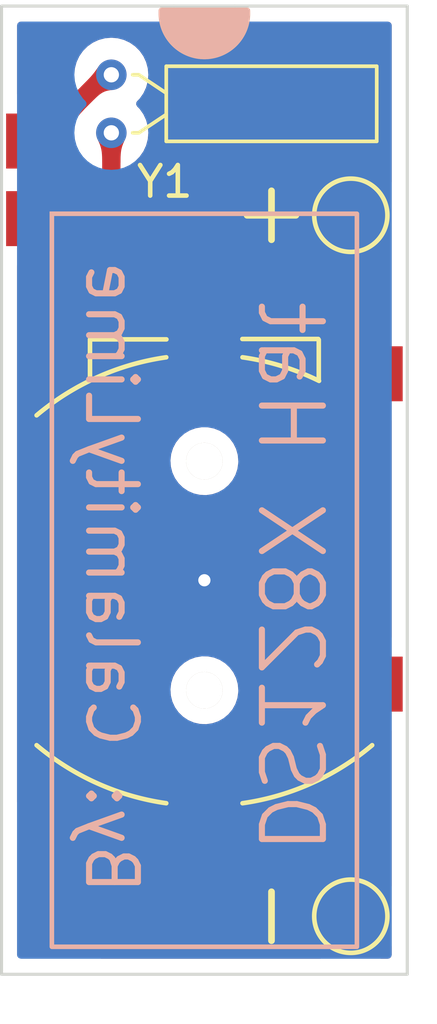
<source format=kicad_pcb>
(kicad_pcb (version 20211014) (generator pcbnew)
  (title_block (title "DS128X Hat") (date "2022-05-31") (rev "1") (comment 1 "by: CalamityLime"))
  (layers (0 "F.Cu" signal) (31 "B.Cu" signal) (34 "B.Paste" user) (35 "F.Paste" user) (36 "B.SilkS" user "B.Silkscreen") (37 "F.SilkS" user "F.Silkscreen") (38 "B.Mask" user) (39 "F.Mask" user) (44 "Edge.Cuts" user))
  (net 0 "")
  (net 1 "Net-(BT1-Pad1)")
  (net 2 "Net-(SW1-Pad2)")
  (net 3 "Net-(SW1-Pad3)")
  (net 4 "GND")
  (footprint "DS128X_hat:bat_pad_neg_D2.0mm" (layer "F.Cu") (at 148.2 110 -90)
    (fp_text reference "TP2" hide)
    (fp_text value "TestPoint")
    (fp_line (start -0.8 2.6) (end 0.8 2.6) (layer "F.SilkS") (width 0.22))
    (fp_circle (center 0 0) (end 1.2 0) (layer "F.SilkS") (width 0.15) (fill none))
    (pad "1" smd circle (at 0 0 270) (size 2 2) (layers "F.Cu" "F.Mask") (net 4 "GND"))
  )
  (footprint "DS128X_hat:CR1220" (layer "F.Cu") (at 143.4 99 180)
    (fp_text reference "BT1" hide)
    (fp_text value "Battery_Cell")
    (fp_line (start -3.7338 7.8994) (end -1.2446 7.8994) (layer "F.SilkS") (width 0.15))
    (fp_line (start 3.75 7.887) (end 3.75 6.5786) (layer "F.SilkS") (width 0.15))
    (fp_line (start 3.75 7.887) (end 1.2446 7.887) (layer "F.SilkS") (width 0.15))
    (fp_line (start -3.75 6.5786) (end -3.75 7.8743) (layer "F.SilkS") (width 0.15))
    (fp_arc (start 5.5 5.4) (mid 3.508514 6.648649) (end 1.25 7.3) (layer "F.SilkS") (width 0.15))
    (fp_arc (start -5.5 -5.4) (mid -3.508514 -6.648649) (end -1.25 -7.3) (layer "F.SilkS") (width 0.15))
    (fp_arc (start 1.25 -7.3) (mid 3.508514 -6.648649) (end 5.5 -5.4) (layer "F.SilkS") (width 0.15))
    (fp_arc (start -1.25 7.3) (mid -2.535046 7.012832) (end -3.7592 6.5278) (layer "F.SilkS") (width 0.15))
    (pad "" thru_hole circle (at 0 3.9 180) (size 1.2 1.2) (drill 1.2) (layers *.Cu "F.SilkS"))
    (pad "" thru_hole circle (at 0 -3.6 180) (size 1.2 1.2) (drill 1.2) (layers *.Cu "F.SilkS"))
    (pad "1" smd rect (at 0 8 180) (size 2.3 4) (layers "F.Cu" "F.Paste" "F.Mask") (net 1 "Net-(BT1-Pad1)"))
    (pad "2" smd rect (at 0 -8 180) (size 2.3 4) (layers "F.Cu" "F.Paste" "F.Mask") (net 4 "GND"))
  )
  (footprint "DS128X_hat:bat_pad_pos_D2.0mm" (layer "F.Cu") (at 148.2 87.05 -90)
    (fp_text reference "TP1" hide)
    (fp_text value "TestPoint")
    (fp_line (start -0.8 2.6) (end 0.8 2.6) (layer "F.SilkS") (width 0.22))
    (fp_line (start 0 3.4) (end 0 1.8) (layer "F.SilkS") (width 0.22))
    (fp_circle (center 0 0) (end 1.2 0) (layer "F.SilkS") (width 0.15) (fill none))
    (pad "1" smd circle (at 0 0 270) (size 2 2) (layers "F.Cu" "F.Mask") (net 1 "Net-(BT1-Pad1)"))
  )
  (footprint "Crystal:Crystal_C26-LF_D2.1mm_L6.5mm_Horizontal" (layer "F.Cu") (at 140.35 84.35 90)
    (fp_text reference "Y1" (at -1.6 1.75 180) (layer "F.SilkS"))
    (fp_text value "Crystal")
    (fp_line (start 0 0.9) (end 0 0.7) (layer "F.SilkS") (width 0.12))
    (fp_line (start -0.28 8.7) (end 2.18 8.7) (layer "F.SilkS") (width 0.12))
    (fp_line (start -0.28 1.8) (end -0.28 8.7) (layer "F.SilkS") (width 0.12))
    (fp_line (start 1.9 0.9) (end 1.9 0.7) (layer "F.SilkS") (width 0.12))
    (fp_line (start 2.18 8.7) (end 2.18 1.8) (layer "F.SilkS") (width 0.12))
    (fp_line (start 1.3 1.8) (end 1.9 0.9) (layer "F.SilkS") (width 0.12))
    (fp_line (start 2.18 1.8) (end -0.28 1.8) (layer "F.SilkS") (width 0.12))
    (fp_line (start 0.6 1.8) (end 0 0.9) (layer "F.SilkS") (width 0.12))
    (pad "1" thru_hole circle (at 0 0 90) (size 1 1) (drill 0.5) (layers *.Cu *.Mask) (net 3 "Net-(SW1-Pad3)"))
    (pad "2" thru_hole circle (at 1.9 0 90) (size 1 1) (drill 0.5) (layers *.Cu *.Mask) (net 2 "Net-(SW1-Pad2)"))
  )
  (footprint "DS128X_hat:SMDIP-24_W11.48mm" (layer "F.Cu") (at 143.4 96.05)
    (fp_text reference "SW1" hide)
    (fp_text value "SW_DIP_x12")
    (pad "2" smd rect (at -5.4 -11.43) (size 2.2 1.8) (layers "F.Cu" "F.Paste" "F.Mask") (net 2 "Net-(SW1-Pad2)"))
    (pad "3" smd rect (at -5.4 -8.89) (size 2.2 1.8) (layers "F.Cu" "F.Paste" "F.Mask") (net 3 "Net-(SW1-Pad3)"))
    (pad "16" smd rect (at 5.4 6.35) (size 2.2 1.8) (layers "F.Cu" "F.Paste" "F.Mask") (net 4 "GND"))
    (pad "20" smd rect (at 5.4 -3.81) (size 2.2 1.8) (layers "F.Cu" "F.Paste" "F.Mask") (net 1 "Net-(BT1-Pad1)"))
  )
  (gr_arc (start 144.8 80.35) (mid 143.4 81.840849) (end 142 80.35) (layer "B.SilkS") (width 0.2))
  (gr_rect (start 138.4 87) (end 148.4 111) (layer "B.SilkS") (width 0.15) (fill none))
  (gr_line (start 142.35 81.25) (end 144.45 81.25) (layer "B.SilkS") (width 0.3))
  (gr_line (start 144.15 81.55) (end 142.65 81.55) (layer "B.SilkS") (width 0.3))
  (gr_line (start 143.75 81.7) (end 143.1 81.7) (layer "B.SilkS") (width 0.15))
  (gr_line (start 142.25 81.1) (end 144.55 81.1) (layer "B.SilkS") (width 0.15))
  (gr_line (start 144.8 80.35) (end 142 80.35) (layer "B.SilkS") (width 0.2))
  (gr_line (start 144.3 81.4) (end 142.45 81.4) (layer "B.SilkS") (width 0.15))
  (gr_line (start 142.1 80.65) (end 144.7 80.65) (layer "B.SilkS") (width 0.35))
  (gr_line (start 142.05 80.5) (end 144.7 80.5) (layer "B.SilkS") (width 0.15))
  (gr_line (start 144.6 80.95) (end 142.2 80.95) (layer "B.SilkS") (width 0.3))
  (gr_line (start 142.05 80.5) (end 144.7 80.5) (layer "F.SilkS") (width 0.15))
  (gr_line (start 142.1 80.65) (end 144.7 80.65) (layer "F.SilkS") (width 0.35))
  (gr_line (start 144.3 81.4) (end 142.45 81.4) (layer "F.SilkS") (width 0.15))
  (gr_arc (start 144.8 80.35) (mid 143.4 81.840849) (end 142 80.35) (layer "F.SilkS") (width 0.2))
  (gr_line (start 143.75 81.7) (end 143.1 81.7) (layer "F.SilkS") (width 0.15))
  (gr_line (start 144.8 80.35) (end 142 80.35) (layer "F.SilkS") (width 0.2))
  (gr_line (start 144.15 81.55) (end 142.65 81.55) (layer "F.SilkS") (width 0.3))
  (gr_line (start 142.35 81.25) (end 144.45 81.25) (layer "F.SilkS") (width 0.3))
  (gr_line (start 144.6 80.95) (end 142.2 80.95) (layer "F.SilkS") (width 0.3))
  (gr_line (start 142.25 81.1) (end 144.55 81.1) (layer "F.SilkS") (width 0.15))
  (gr_line (start 136.75 111.9) (end 136.75 80.2) (layer "Edge.Cuts") (width 0.1))
  (gr_line (start 142.4 80.2) (end 144.4 80.2) (layer "Edge.Cuts") (width 0.1))
  (gr_line (start 150.05 80.2) (end 150.05 111.9) (layer "Edge.Cuts") (width 0.1))
  (gr_line (start 136.75 80.2) (end 142.4 80.2) (layer "Edge.Cuts") (width 0.1))
  (gr_line (start 136.75 111.9) (end 150.05 111.9) (layer "Edge.Cuts") (width 0.1))
  (gr_line (start 150.05 80.2) (end 144.4 80.2) (layer "Edge.Cuts") (width 0.1))
  (gr_text "Lime" (at 138.3 109 90) (layer "F.Cu") (effects (font (size 1.15 1.15) (thickness 0.2))))
  (gr_text "By: CalamityLime" (at 140.35 98.9 270) (layer "B.SilkS") (effects (font (size 1.6 1.6) (thickness 0.2)) (justify mirror)))
  (gr_text "DS128X Hat" (at 146.2 98.9 270) (layer "B.SilkS") (effects (font (size 2 2) (thickness 0.2)) (justify mirror)))
  (segment (start 147.775 87.05) (end 148.2 87.05) (width 0.8) (layer "F.Cu") (net 1))
  (segment (start 145.516812 92.24) (end 148.8 92.24) (width 0.8) (layer "F.Cu") (net 1))
  (segment (start 144.019999 90.379999) (end 147.049479 87.35052) (width 0.8) (layer "F.Cu") (net 1))
  (arc (start 144.019999 90.379999) (mid 143.763187 90.999999) (end 144.02 91.62) (width 0.8) (layer "F.Cu") (net 1))
  (arc (start 144.02 91.62) (mid 144.706743 92.078867) (end 145.516812 92.24) (width 0.8) (layer "F.Cu") (net 1))
  (arc (start 147.775 87.05) (mid 147.382351 87.128102) (end 147.049479 87.35052) (width 0.8) (layer "F.Cu") (net 1))
  (segment (start 140.26 82.45) (end 140.35 82.45) (width 0.6) (layer "F.Cu") (net 2))
  (segment (start 140.10636 82.513639) (end 138 84.62) (width 0.6) (layer "F.Cu") (net 2))
  (arc (start 140.26 82.45) (mid 140.17685 82.466539) (end 140.10636 82.513639) (width 0.6) (layer "F.Cu") (net 2))
  (segment (start 139.24038 87.16) (end 138 87.16) (width 0.6) (layer "F.Cu") (net 3))
  (segment (start 140.35 86.05038) (end 140.35 84.35) (width 0.6) (layer "F.Cu") (net 3))
  (arc (start 140.35 86.05038) (mid 140.265535 86.475013) (end 140.025 86.835) (width 0.6) (layer "F.Cu") (net 3))
  (arc (start 140.025 86.835) (mid 139.665013 87.075535) (end 139.24038 87.16) (width 0.6) (layer "F.Cu") (net 3))
  (via (at 143.4 99) (size 0.8) (drill 0.4) (layers "F.Cu" "B.Cu") (net 4))
  (zone (net 1) (net_name "Net-(BT1-Pad1)") (layer "F.Cu") (priority 16962) (connect_pads yes (clearance 0)) (min_thickness 0.0254) (fill yes (thermal_gap 0.508) (thermal_bridge_width 0.508))
    (polygon (pts (xy 144.748318 89.085995) (xy 144.556228 89.266425) (xy 144.382471 89.406395) (xy 144.221798 89.512939) (xy 144.068961 89.593091) (xy 143.918712 89.653886) (xy 143.765803 89.702357) (xy 143.604984 89.74554) (xy 143.431009 89.790467) (xy 143.23863 89.844172) (xy 143.022597 89.913692) (xy 142.993415 91.406586) (xy 144.486309 91.3774) (xy 144.555827 91.161367) (xy 144.609532 90.968987) (xy 144.654459 90.795012) (xy 144.697641 90.634194) (xy 144.746112 90.481284) (xy 144.806906 90.331035) (xy 144.887059 90.178199) (xy 144.993603 90.017526) (xy 145.133573 89.843769) (xy 145.314003 89.651681)))
  )
  (zone (net 3) (net_name "Net-(SW1-Pad3)") (layer "F.Cu") (priority 16962) (connect_pads yes (clearance 0)) (min_thickness 0.0254) (fill yes (thermal_gap 0.508) (thermal_bridge_width 0.508))
    (polygon (pts (xy 139.827386 86.607972) (xy 139.680252 86.736488) (xy 139.538872 86.81005) (xy 139.40139 86.836407) (xy 139.265952 86.823307) (xy 139.1307 86.778498) (xy 138.99378 86.709728) (xy 138.853335 86.624745) (xy 138.707511 86.531297) (xy 138.554451 86.437132) (xy 138.3923 86.35) (xy 137.55 87.16) (xy 138.652535 87.779837) (xy 138.807646 87.642755) (xy 138.961159 87.552292) (xy 139.114163 87.496066) (xy 139.267746 87.461698) (xy 139.422999 87.436807) (xy 139.581009 87.409012) (xy 139.742866 87.365934) (xy 139.909659 87.295192) (xy 140.082476 87.184406) (xy 140.262408 87.021196)))
  )
  (zone (net 2) (net_name "Net-(SW1-Pad2)") (layer "F.Cu") (priority 16962) (connect_pads yes (clearance 0)) (min_thickness 0.0254) (fill yes (thermal_gap 0.508) (thermal_bridge_width 0.508))
    (polygon (pts (xy 139.774021 83.270242) (xy 139.843903 83.202124) (xy 139.907377 83.144465) (xy 139.966151 83.096337) (xy 140.021931 83.056814) (xy 140.076427 83.024967) (xy 140.131345 82.999871) (xy 140.188393 82.980598) (xy 140.249279 82.966221) (xy 140.31571 82.955812) (xy 140.389396 82.948445) (xy 140.565714 82.323639) (xy 139.934494 82.171875) (xy 139.881406 82.249807) (xy 139.83249 82.31848) (xy 139.785731 82.380489) (xy 139.739117 82.438429) (xy 139.690634 82.494897) (xy 139.638271 82.552486) (xy 139.580015 82.613794) (xy 139.513852 82.681415) (xy 139.43777 82.757944) (xy 139.349757 82.845978)))
  )
  (zone (net 1) (net_name "Net-(BT1-Pad1)") (layer "F.Cu") (priority 16962) (connect_pads yes (clearance 0)) (min_thickness 0.0254) (fill yes (thermal_gap 0.508) (thermal_bridge_width 0.508))
    (polygon (pts (xy 147.01 92.64) (xy 147.211599 92.644451) (xy 147.383428 92.657649) (xy 147.531497 92.67936) (xy 147.661819 92.709349) (xy 147.780405 92.747382) (xy 147.893266 92.793224) (xy 148.006414 92.846641) (xy 148.125862 92.907399) (xy 148.25762 92.975263) (xy 148.4077 93.05) (xy 149.25 92.24) (xy 148.4077 91.43) (xy 148.25762 91.504736) (xy 148.125862 91.5726) (xy 148.006414 91.633358) (xy 147.893266 91.686775) (xy 147.780405 91.732617) (xy 147.661819 91.77065) (xy 147.531497 91.800639) (xy 147.383428 91.82235) (xy 147.211599 91.835548) (xy 147.01 91.84)))
  )
  (zone (net 2) (net_name "Net-(SW1-Pad2)") (layer "F.Cu") (priority 16962) (connect_pads yes (clearance 0)) (min_thickness 0.0254) (fill yes (thermal_gap 0.508) (thermal_bridge_width 0.508))
    (polygon (pts (xy 139.053588 83.142147) (xy 138.904119 83.281944) (xy 138.768643 83.389501) (xy 138.643127 83.470488) (xy 138.523539 83.530577) (xy 138.405844 83.575439) (xy 138.286012 83.610745) (xy 138.160008 83.642168) (xy 138.0238 83.675378) (xy 137.873355 83.716046) (xy 137.704642 83.769846) (xy 137.681803 84.938198) (xy 138.850155 84.915357) (xy 138.903953 84.746642) (xy 138.944622 84.596198) (xy 138.977831 84.45999) (xy 139.009254 84.333986) (xy 139.04456 84.214153) (xy 139.089422 84.096459) (xy 139.14951 83.97687) (xy 139.230497 83.851355) (xy 139.338054 83.715879) (xy 139.477852 83.566411)))
  )
  (zone (net 1) (net_name "Net-(BT1-Pad1)") (layer "F.Cu") (priority 16962) (connect_pads yes (clearance 0)) (min_thickness 0.0254) (fill yes (thermal_gap 0.508) (thermal_bridge_width 0.508))
    (polygon (pts (xy 146.7637 88.201984) (xy 146.895488 88.084636) (xy 147.019915 88.002041) (xy 147.139377 87.949568) (xy 147.256269 87.922586) (xy 147.372985 87.916467) (xy 147.491922 87.92658) (xy 147.615473 87.948295) (xy 147.746034 87.976982) (xy 147.885999 88.008011) (xy 148.037766 88.036752) (xy 148.679396 86.907948) (xy 147.492894 86.342894) (xy 147.343076 86.49267) (xy 147.213282 86.622351) (xy 147.097698 86.737771) (xy 146.990507 86.844761) (xy 146.885896 86.949153) (xy 146.77805 87.056782) (xy 146.661153 87.173478) (xy 146.529392 87.305074) (xy 146.37695 87.457403) (xy 146.198015 87.636298)))
  )
  (zone (net 3) (net_name "Net-(SW1-Pad3)") (layer "F.Cu") (priority 16962) (connect_pads yes (clearance 0)) (min_thickness 0.0254) (fill yes (thermal_gap 0.508) (thermal_bridge_width 0.508))
    (polygon (pts (xy 140.65 85.34) (xy 140.650728 85.22999) (xy 140.653258 85.134181) (xy 140.658102 85.049982) (xy 140.665775 84.9748) (xy 140.67679 84.906045) (xy 140.691662 84.841123) (xy 140.710905 84.777444) (xy 140.735033 84.712415) (xy 140.76456 84.643446) (xy 140.8 84.567944) (xy 140.35 84.1) (xy 139.9 84.567944) (xy 139.935439 84.643446) (xy 139.964966 84.712415) (xy 139.989094 84.777444) (xy 140.008337 84.841123) (xy 140.023209 84.906045) (xy 140.034224 84.9748) (xy 140.041897 85.049982) (xy 140.046741 85.134181) (xy 140.049271 85.22999) (xy 140.05 85.34)))
  )
  (zone (net 1) (net_name "Net-(BT1-Pad1)") (layer "F.Cu") (priority 16962) (connect_pads yes (clearance 0)) (min_thickness 0.0254) (fill yes (thermal_gap 0.508) (thermal_bridge_width 0.508))
    (polygon (pts (xy 145.336654 91.830518) (xy 145.13144 91.791218) (xy 144.973593 91.724189) (xy 144.855133 91.632437) (xy 144.768081 91.518969) (xy 144.704458 91.386792) (xy 144.656285 91.238913) (xy 144.615583 91.078338) (xy 144.574373 90.908074) (xy 144.524677 90.731128) (xy 144.458516 90.550508) (xy 142.967031 90.621633) (xy 143.27933 92.143651) (xy 143.515137 92.17621) (xy 143.716005 92.218245) (xy 143.891829 92.267511) (xy 144.052508 92.32176) (xy 144.207936 92.378746) (xy 144.368011 92.436223) (xy 144.54263 92.491943) (xy 144.741688 92.54366) (xy 144.975082 92.589128) (xy 145.25271 92.6261)))
  )
  (zone (net 4) (net_name "GND") (layers F&B.Cu) (connect_pads (clearance 0.508)) (min_thickness 0.254) (fill yes (thermal_gap 0.508) (thermal_bridge_width 0.508))
    (polygon (pts (xy 150 111.85) (xy 136.8 111.85) (xy 136.8 80.25) (xy 150 80.25)))
  )
)
</source>
